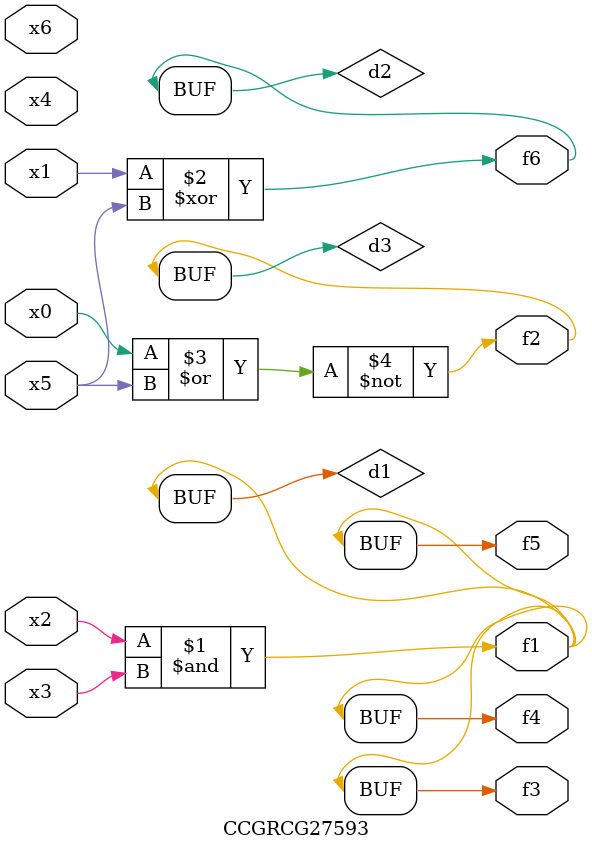
<source format=v>
module CCGRCG27593(
	input x0, x1, x2, x3, x4, x5, x6,
	output f1, f2, f3, f4, f5, f6
);

	wire d1, d2, d3;

	and (d1, x2, x3);
	xor (d2, x1, x5);
	nor (d3, x0, x5);
	assign f1 = d1;
	assign f2 = d3;
	assign f3 = d1;
	assign f4 = d1;
	assign f5 = d1;
	assign f6 = d2;
endmodule

</source>
